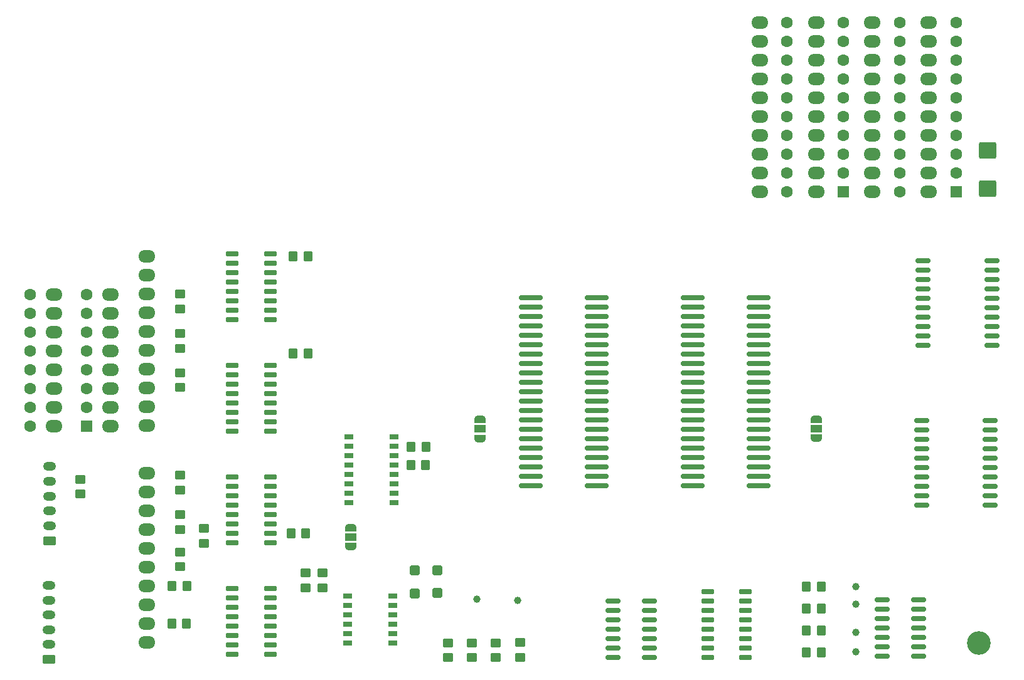
<source format=gbr>
%TF.GenerationSoftware,KiCad,Pcbnew,9.0.4*%
%TF.CreationDate,2025-12-15T16:32:27-04:00*%
%TF.ProjectId,RAMEXPB_V3,52414d45-5850-4425-9f56-332e6b696361,rev?*%
%TF.SameCoordinates,Original*%
%TF.FileFunction,Soldermask,Top*%
%TF.FilePolarity,Negative*%
%FSLAX46Y46*%
G04 Gerber Fmt 4.6, Leading zero omitted, Abs format (unit mm)*
G04 Created by KiCad (PCBNEW 9.0.4) date 2025-12-15 16:32:27*
%MOMM*%
%LPD*%
G01*
G04 APERTURE LIST*
G04 Aperture macros list*
%AMRoundRect*
0 Rectangle with rounded corners*
0 $1 Rounding radius*
0 $2 $3 $4 $5 $6 $7 $8 $9 X,Y pos of 4 corners*
0 Add a 4 corners polygon primitive as box body*
4,1,4,$2,$3,$4,$5,$6,$7,$8,$9,$2,$3,0*
0 Add four circle primitives for the rounded corners*
1,1,$1+$1,$2,$3*
1,1,$1+$1,$4,$5*
1,1,$1+$1,$6,$7*
1,1,$1+$1,$8,$9*
0 Add four rect primitives between the rounded corners*
20,1,$1+$1,$2,$3,$4,$5,0*
20,1,$1+$1,$4,$5,$6,$7,0*
20,1,$1+$1,$6,$7,$8,$9,0*
20,1,$1+$1,$8,$9,$2,$3,0*%
%AMFreePoly0*
4,1,23,0.550000,-0.750000,0.000000,-0.750000,0.000000,-0.745722,-0.065263,-0.745722,-0.191342,-0.711940,-0.304381,-0.646677,-0.396677,-0.554381,-0.461940,-0.441342,-0.495722,-0.315263,-0.495722,-0.250000,-0.500000,-0.250000,-0.500000,0.250000,-0.495722,0.250000,-0.495722,0.315263,-0.461940,0.441342,-0.396677,0.554381,-0.304381,0.646677,-0.191342,0.711940,-0.065263,0.745722,0.000000,0.745722,
0.000000,0.750000,0.550000,0.750000,0.550000,-0.750000,0.550000,-0.750000,$1*%
%AMFreePoly1*
4,1,23,0.000000,0.745722,0.065263,0.745722,0.191342,0.711940,0.304381,0.646677,0.396677,0.554381,0.461940,0.441342,0.495722,0.315263,0.495722,0.250000,0.500000,0.250000,0.500000,-0.250000,0.495722,-0.250000,0.495722,-0.315263,0.461940,-0.441342,0.396677,-0.554381,0.304381,-0.646677,0.191342,-0.711940,0.065263,-0.745722,0.000000,-0.745722,0.000000,-0.750000,-0.550000,-0.750000,
-0.550000,0.750000,0.000000,0.750000,0.000000,0.745722,0.000000,0.745722,$1*%
G04 Aperture macros list end*
%ADD10RoundRect,0.250000X-0.450000X0.350000X-0.450000X-0.350000X0.450000X-0.350000X0.450000X0.350000X0*%
%ADD11RoundRect,0.250000X0.450000X-0.350000X0.450000X0.350000X-0.450000X0.350000X-0.450000X-0.350000X0*%
%ADD12RoundRect,0.250000X0.350000X0.450000X-0.350000X0.450000X-0.350000X-0.450000X0.350000X-0.450000X0*%
%ADD13FreePoly0,270.000000*%
%ADD14R,1.500000X1.000000*%
%ADD15FreePoly1,270.000000*%
%ADD16RoundRect,0.150000X0.725000X0.150000X-0.725000X0.150000X-0.725000X-0.150000X0.725000X-0.150000X0*%
%ADD17RoundRect,0.250000X0.550000X0.550000X-0.550000X0.550000X-0.550000X-0.550000X0.550000X-0.550000X0*%
%ADD18C,1.600000*%
%ADD19C,3.200000*%
%ADD20RoundRect,0.350000X0.350000X-0.350000X0.350000X0.350000X-0.350000X0.350000X-0.350000X-0.350000X0*%
%ADD21R,1.250000X0.760000*%
%ADD22RoundRect,0.150000X-0.875000X-0.150000X0.875000X-0.150000X0.875000X0.150000X-0.875000X0.150000X0*%
%ADD23C,1.000000*%
%ADD24RoundRect,0.250000X-0.350000X-0.450000X0.350000X-0.450000X0.350000X0.450000X-0.350000X0.450000X0*%
%ADD25RoundRect,0.175000X-1.399000X-0.175000X1.399000X-0.175000X1.399000X0.175000X-1.399000X0.175000X0*%
%ADD26RoundRect,0.250000X0.925000X-0.875000X0.925000X0.875000X-0.925000X0.875000X-0.925000X-0.875000X0*%
%ADD27RoundRect,0.150000X0.825000X0.150000X-0.825000X0.150000X-0.825000X-0.150000X0.825000X-0.150000X0*%
%ADD28FreePoly0,90.000000*%
%ADD29FreePoly1,90.000000*%
%ADD30O,2.300000X1.700000*%
%ADD31RoundRect,0.250000X0.625000X-0.350000X0.625000X0.350000X-0.625000X0.350000X-0.625000X-0.350000X0*%
%ADD32O,1.750000X1.200000*%
G04 APERTURE END LIST*
D10*
%TO.C,R9*%
X89275000Y-108955000D03*
X89275000Y-110955000D03*
%TD*%
D11*
%TO.C,R2*%
X92485000Y-118165000D03*
X92485000Y-116165000D03*
%TD*%
D12*
%TO.C,R20*%
X122435000Y-107630000D03*
X120435000Y-107630000D03*
%TD*%
D13*
%TO.C,JP2*%
X175155000Y-101375000D03*
D14*
X175155000Y-102675000D03*
D15*
X175155000Y-103975000D03*
%TD*%
D16*
%TO.C,U2*%
X101500000Y-118063300D03*
X101500000Y-116793300D03*
X101500000Y-115523300D03*
X101500000Y-114253300D03*
X101500000Y-112983300D03*
X101500000Y-111713300D03*
X101500000Y-110443300D03*
X101500000Y-109173300D03*
X96350000Y-109173300D03*
X96350000Y-110443300D03*
X96350000Y-111713300D03*
X96350000Y-112983300D03*
X96350000Y-114253300D03*
X96350000Y-115523300D03*
X96350000Y-116793300D03*
X96350000Y-118063300D03*
%TD*%
D17*
%TO.C,U13*%
X194000000Y-70631400D03*
D18*
X194000000Y-68091400D03*
X194000000Y-65551400D03*
X194000000Y-63011400D03*
X194000000Y-60471400D03*
X194000000Y-57931400D03*
X194000000Y-55391400D03*
X194000000Y-52851400D03*
X194000000Y-50311400D03*
X194000000Y-47771400D03*
X186380000Y-47771400D03*
X186380000Y-50311400D03*
X186380000Y-52851400D03*
X186380000Y-55391400D03*
X186380000Y-57931400D03*
X186380000Y-60471400D03*
X186380000Y-63011400D03*
X186380000Y-65551400D03*
X186380000Y-68091400D03*
X186380000Y-70631400D03*
%TD*%
D16*
%TO.C,U3*%
X165604821Y-133612739D03*
X165604821Y-132342739D03*
X165604821Y-131072739D03*
X165604821Y-129802739D03*
X165604821Y-128532739D03*
X165604821Y-127262739D03*
X165604821Y-125992739D03*
X165604821Y-124722739D03*
X160454821Y-124722739D03*
X160454821Y-125992739D03*
X160454821Y-127262739D03*
X160454821Y-128532739D03*
X160454821Y-129802739D03*
X160454821Y-131072739D03*
X160454821Y-132342739D03*
X160454821Y-133612739D03*
%TD*%
D12*
%TO.C,R15*%
X122445000Y-105135000D03*
X120445000Y-105135000D03*
%TD*%
D11*
%TO.C,R22*%
X125460600Y-133595000D03*
X125460600Y-131595000D03*
%TD*%
D19*
%TO.C,H1*%
X197040000Y-131600000D03*
%TD*%
D20*
%TO.C,D2*%
X120955000Y-124905000D03*
X120955000Y-121805000D03*
%TD*%
D10*
%TO.C,R13*%
X89275000Y-89800000D03*
X89275000Y-91800000D03*
%TD*%
D12*
%TO.C,R24*%
X106535000Y-79365000D03*
X104535000Y-79365000D03*
%TD*%
D13*
%TO.C,JP1*%
X129775000Y-101395000D03*
D14*
X129775000Y-102695000D03*
D15*
X129775000Y-103995000D03*
%TD*%
D10*
%TO.C,R11*%
X89275000Y-119335000D03*
X89275000Y-121335000D03*
%TD*%
D12*
%TO.C,R25*%
X106535000Y-92475000D03*
X104535000Y-92475000D03*
%TD*%
D21*
%TO.C,SWB1*%
X111870000Y-125300000D03*
X111870000Y-126570000D03*
X111870000Y-127840000D03*
X111870000Y-129110000D03*
X111870000Y-130380000D03*
X111870000Y-131650000D03*
X118020000Y-131650000D03*
X118020000Y-130380000D03*
X118020000Y-129110000D03*
X118020000Y-127840000D03*
X118020000Y-126570000D03*
X118020000Y-125300000D03*
%TD*%
D16*
%TO.C,U10*%
X101500000Y-103006700D03*
X101500000Y-101736700D03*
X101500000Y-100466700D03*
X101500000Y-99196700D03*
X101500000Y-97926700D03*
X101500000Y-96656700D03*
X101500000Y-95386700D03*
X101500000Y-94116700D03*
X96350000Y-94116700D03*
X96350000Y-95386700D03*
X96350000Y-96656700D03*
X96350000Y-97926700D03*
X96350000Y-99196700D03*
X96350000Y-100466700D03*
X96350000Y-101736700D03*
X96350000Y-103006700D03*
%TD*%
D11*
%TO.C,R8*%
X106215000Y-124155000D03*
X106215000Y-122155000D03*
%TD*%
D22*
%TO.C,U7*%
X189550000Y-79965000D03*
X189550000Y-81235000D03*
X189550000Y-82505000D03*
X189550000Y-83775000D03*
X189550000Y-85045000D03*
X189550000Y-86315000D03*
X189550000Y-87585000D03*
X189550000Y-88855000D03*
X189550000Y-90125000D03*
X189550000Y-91395000D03*
X198850000Y-91395000D03*
X198850000Y-90125000D03*
X198850000Y-88855000D03*
X198850000Y-87585000D03*
X198850000Y-86315000D03*
X198850000Y-85045000D03*
X198850000Y-83775000D03*
X198850000Y-82505000D03*
X198850000Y-81235000D03*
X198850000Y-79965000D03*
%TD*%
D23*
%TO.C,TP2*%
X180515000Y-126395000D03*
%TD*%
D24*
%TO.C,R17*%
X88165000Y-128985000D03*
X90165000Y-128985000D03*
%TD*%
D17*
%TO.C,U12*%
X178810000Y-70631400D03*
D18*
X178810000Y-68091400D03*
X178810000Y-65551400D03*
X178810000Y-63011400D03*
X178810000Y-60471400D03*
X178810000Y-57931400D03*
X178810000Y-55391400D03*
X178810000Y-52851400D03*
X178810000Y-50311400D03*
X178810000Y-47771400D03*
X171190000Y-47771400D03*
X171190000Y-50311400D03*
X171190000Y-52851400D03*
X171190000Y-55391400D03*
X171190000Y-57931400D03*
X171190000Y-60471400D03*
X171190000Y-63011400D03*
X171190000Y-65551400D03*
X171190000Y-68091400D03*
X171190000Y-70631400D03*
%TD*%
D24*
%TO.C,R6*%
X173825000Y-129926700D03*
X175825000Y-129926700D03*
%TD*%
D25*
%TO.C,U5*%
X136645000Y-84940000D03*
X136645000Y-86210000D03*
X136645000Y-87480000D03*
X136645000Y-88750000D03*
X136645000Y-90020000D03*
X136645000Y-91290000D03*
X136645000Y-92560000D03*
X136645000Y-93830000D03*
X136645000Y-95100000D03*
X136645000Y-96370000D03*
X136645000Y-97640000D03*
X136645000Y-98910000D03*
X136645000Y-100180000D03*
X136645000Y-101450000D03*
X136645000Y-102720000D03*
X136645000Y-103990000D03*
X136645000Y-105260000D03*
X136645000Y-106530000D03*
X136645000Y-107800000D03*
X136645000Y-109070000D03*
X136645000Y-110340000D03*
X145535000Y-110340000D03*
X145535000Y-109070000D03*
X145535000Y-107800000D03*
X145535000Y-106530000D03*
X145535000Y-105260000D03*
X145535000Y-103990000D03*
X145535000Y-102720000D03*
X145535000Y-101450000D03*
X145535000Y-100180000D03*
X145535000Y-98910000D03*
X145535000Y-97640000D03*
X145535000Y-96370000D03*
X145535000Y-95100000D03*
X145535000Y-93830000D03*
X145535000Y-92560000D03*
X145535000Y-91290000D03*
X145535000Y-90020000D03*
X145535000Y-88750000D03*
X145535000Y-87480000D03*
X145535000Y-86210000D03*
X145535000Y-84940000D03*
%TD*%
D26*
%TO.C,C1*%
X198285000Y-70215000D03*
X198285000Y-65115000D03*
%TD*%
D24*
%TO.C,R18*%
X88205000Y-123935000D03*
X90205000Y-123935000D03*
%TD*%
%TO.C,R5*%
X173825000Y-126958300D03*
X175825000Y-126958300D03*
%TD*%
D21*
%TO.C,SWB2*%
X112050000Y-103800000D03*
X112050000Y-105070000D03*
X112050000Y-106340000D03*
X112050000Y-107610000D03*
X112050000Y-108880000D03*
X112050000Y-110150000D03*
X112050000Y-111420000D03*
X112050000Y-112690000D03*
X118200000Y-112690000D03*
X118200000Y-111420000D03*
X118200000Y-110150000D03*
X118200000Y-108880000D03*
X118200000Y-107610000D03*
X118200000Y-106340000D03*
X118200000Y-105070000D03*
X118200000Y-103800000D03*
%TD*%
D27*
%TO.C,U1*%
X152640000Y-133585000D03*
X152640000Y-132315000D03*
X152640000Y-131045000D03*
X152640000Y-129775000D03*
X152640000Y-128505000D03*
X152640000Y-127235000D03*
X152640000Y-125965000D03*
X147690000Y-125965000D03*
X147690000Y-127235000D03*
X147690000Y-128505000D03*
X147690000Y-129775000D03*
X147690000Y-131045000D03*
X147690000Y-132315000D03*
X147690000Y-133585000D03*
%TD*%
D20*
%TO.C,D1*%
X124025000Y-124885000D03*
X124025000Y-121785000D03*
%TD*%
D11*
%TO.C,R16*%
X131898300Y-133595000D03*
X131898300Y-131595000D03*
%TD*%
D23*
%TO.C,TP3*%
X180515000Y-130165000D03*
%TD*%
%TO.C,TP5*%
X129345000Y-125725000D03*
%TD*%
D16*
%TO.C,U11*%
X101500000Y-87950000D03*
X101500000Y-86680000D03*
X101500000Y-85410000D03*
X101500000Y-84140000D03*
X101500000Y-82870000D03*
X101500000Y-81600000D03*
X101500000Y-80330000D03*
X101500000Y-79060000D03*
X96350000Y-79060000D03*
X96350000Y-80330000D03*
X96350000Y-81600000D03*
X96350000Y-82870000D03*
X96350000Y-84140000D03*
X96350000Y-85410000D03*
X96350000Y-86680000D03*
X96350000Y-87950000D03*
%TD*%
D24*
%TO.C,R7*%
X173825000Y-123990000D03*
X175825000Y-123990000D03*
%TD*%
D11*
%TO.C,R26*%
X135155000Y-133585000D03*
X135155000Y-131585000D03*
%TD*%
D16*
%TO.C,U9*%
X101500000Y-133120000D03*
X101500000Y-131850000D03*
X101500000Y-130580000D03*
X101500000Y-129310000D03*
X101500000Y-128040000D03*
X101500000Y-126770000D03*
X101500000Y-125500000D03*
X101500000Y-124230000D03*
X96350000Y-124230000D03*
X96350000Y-125500000D03*
X96350000Y-126770000D03*
X96350000Y-128040000D03*
X96350000Y-129310000D03*
X96350000Y-130580000D03*
X96350000Y-131850000D03*
X96350000Y-133120000D03*
%TD*%
D22*
%TO.C,U8*%
X189330000Y-101610000D03*
X189330000Y-102880000D03*
X189330000Y-104150000D03*
X189330000Y-105420000D03*
X189330000Y-106690000D03*
X189330000Y-107960000D03*
X189330000Y-109230000D03*
X189330000Y-110500000D03*
X189330000Y-111770000D03*
X189330000Y-113040000D03*
X198630000Y-113040000D03*
X198630000Y-111770000D03*
X198630000Y-110500000D03*
X198630000Y-109230000D03*
X198630000Y-107960000D03*
X198630000Y-106690000D03*
X198630000Y-105420000D03*
X198630000Y-104150000D03*
X198630000Y-102880000D03*
X198630000Y-101610000D03*
%TD*%
D25*
%TO.C,U6*%
X158425000Y-84940000D03*
X158425000Y-86210000D03*
X158425000Y-87480000D03*
X158425000Y-88750000D03*
X158425000Y-90020000D03*
X158425000Y-91290000D03*
X158425000Y-92560000D03*
X158425000Y-93830000D03*
X158425000Y-95100000D03*
X158425000Y-96370000D03*
X158425000Y-97640000D03*
X158425000Y-98910000D03*
X158425000Y-100180000D03*
X158425000Y-101450000D03*
X158425000Y-102720000D03*
X158425000Y-103990000D03*
X158425000Y-105260000D03*
X158425000Y-106530000D03*
X158425000Y-107800000D03*
X158425000Y-109070000D03*
X158425000Y-110340000D03*
X167315000Y-110340000D03*
X167315000Y-109070000D03*
X167315000Y-107800000D03*
X167315000Y-106530000D03*
X167315000Y-105260000D03*
X167315000Y-103990000D03*
X167315000Y-102720000D03*
X167315000Y-101450000D03*
X167315000Y-100180000D03*
X167315000Y-98910000D03*
X167315000Y-97640000D03*
X167315000Y-96370000D03*
X167315000Y-95100000D03*
X167315000Y-93830000D03*
X167315000Y-92560000D03*
X167315000Y-91290000D03*
X167315000Y-90020000D03*
X167315000Y-88750000D03*
X167315000Y-87480000D03*
X167315000Y-86210000D03*
X167315000Y-84940000D03*
%TD*%
D23*
%TO.C,TP4*%
X180515000Y-123975000D03*
%TD*%
D10*
%TO.C,R10*%
X89275000Y-114285000D03*
X89275000Y-116285000D03*
%TD*%
D23*
%TO.C,TP6*%
X134845000Y-125855000D03*
%TD*%
D24*
%TO.C,R4*%
X173825000Y-132895000D03*
X175825000Y-132895000D03*
%TD*%
D10*
%TO.C,R12*%
X89275000Y-84475000D03*
X89275000Y-86475000D03*
%TD*%
D27*
%TO.C,U4*%
X188955000Y-133445000D03*
X188955000Y-132175000D03*
X188955000Y-130905000D03*
X188955000Y-129635000D03*
X188955000Y-128365000D03*
X188955000Y-127095000D03*
X188955000Y-125825000D03*
X184005000Y-125825000D03*
X184005000Y-127095000D03*
X184005000Y-128365000D03*
X184005000Y-129635000D03*
X184005000Y-130905000D03*
X184005000Y-132175000D03*
X184005000Y-133445000D03*
%TD*%
D17*
%TO.C,J1*%
X76700000Y-102330000D03*
D18*
X76700000Y-99790000D03*
X76700000Y-97250000D03*
X76700000Y-94710000D03*
X76700000Y-92170000D03*
X76700000Y-89630000D03*
X76700000Y-87090000D03*
X76700000Y-84550000D03*
X69080000Y-84550000D03*
X69080000Y-87090000D03*
X69080000Y-89630000D03*
X69080000Y-92170000D03*
X69080000Y-94710000D03*
X69080000Y-97250000D03*
X69080000Y-99790000D03*
X69080000Y-102330000D03*
%TD*%
D10*
%TO.C,R19*%
X108505000Y-122165000D03*
X108505000Y-124165000D03*
%TD*%
%TO.C,R3*%
X75835000Y-109505000D03*
X75835000Y-111505000D03*
%TD*%
D11*
%TO.C,R21*%
X128679400Y-133595000D03*
X128679400Y-131595000D03*
%TD*%
D10*
%TO.C,R14*%
X89275000Y-95125000D03*
X89275000Y-97125000D03*
%TD*%
D23*
%TO.C,TP1*%
X180515000Y-132785000D03*
%TD*%
D24*
%TO.C,R1*%
X104235000Y-116815000D03*
X106235000Y-116815000D03*
%TD*%
D28*
%TO.C,JP3*%
X112295000Y-118615000D03*
D14*
X112295000Y-117315000D03*
D29*
X112295000Y-116015000D03*
%TD*%
D30*
%TO.C,J9*%
X84810000Y-79370000D03*
X84810000Y-81910000D03*
X84810000Y-84450000D03*
X84810000Y-86990000D03*
X84810000Y-89530000D03*
X84810000Y-92070000D03*
X84810000Y-94610000D03*
X84810000Y-97150000D03*
X84810000Y-99690000D03*
X84810000Y-102230000D03*
%TD*%
%TO.C,J10*%
X84810000Y-108670000D03*
X84810000Y-111210000D03*
X84810000Y-113750000D03*
X84810000Y-116290000D03*
X84810000Y-118830000D03*
X84810000Y-121370000D03*
X84810000Y-123910000D03*
X84810000Y-126450000D03*
X84810000Y-128990000D03*
X84810000Y-131530000D03*
%TD*%
%TO.C,J5*%
X190260000Y-70631400D03*
X190260000Y-68091400D03*
X190260000Y-65551400D03*
X190260000Y-63011400D03*
X190260000Y-60471400D03*
X190260000Y-57931400D03*
X190260000Y-55391400D03*
X190260000Y-52851400D03*
X190260000Y-50311400D03*
X190260000Y-47771400D03*
X182640000Y-47771400D03*
X182640000Y-50311400D03*
X182640000Y-52851400D03*
X182640000Y-55391400D03*
X182640000Y-57931400D03*
X182640000Y-60471400D03*
X182640000Y-63011400D03*
X182640000Y-65551400D03*
X182640000Y-68091400D03*
X182640000Y-70631400D03*
%TD*%
D31*
%TO.C,J11*%
X71615000Y-133840000D03*
D32*
X71615000Y-131840000D03*
X71615000Y-129840000D03*
X71615000Y-127840000D03*
X71615000Y-125840000D03*
X71615000Y-123840000D03*
%TD*%
D30*
%TO.C,J4*%
X175110000Y-70631400D03*
X175110000Y-68091400D03*
X175110000Y-65551400D03*
X175110000Y-63011400D03*
X175110000Y-60471400D03*
X175110000Y-57931400D03*
X175110000Y-55391400D03*
X175110000Y-52851400D03*
X175110000Y-50311400D03*
X175110000Y-47771400D03*
X167490000Y-47771400D03*
X167490000Y-50311400D03*
X167490000Y-52851400D03*
X167490000Y-55391400D03*
X167490000Y-57931400D03*
X167490000Y-60471400D03*
X167490000Y-63011400D03*
X167490000Y-65551400D03*
X167490000Y-68091400D03*
X167490000Y-70631400D03*
%TD*%
D31*
%TO.C,J12*%
X71695000Y-117795000D03*
D32*
X71695000Y-115795000D03*
X71695000Y-113795000D03*
X71695000Y-111795000D03*
X71695000Y-109795000D03*
X71695000Y-107795000D03*
%TD*%
D30*
%TO.C,J8*%
X79875000Y-102335000D03*
X79875000Y-99795000D03*
X79875000Y-97255000D03*
X79875000Y-94715000D03*
X79875000Y-92175000D03*
X79875000Y-89635000D03*
X79875000Y-87095000D03*
X79875000Y-84555000D03*
X72255000Y-84555000D03*
X72255000Y-87095000D03*
X72255000Y-89635000D03*
X72255000Y-92175000D03*
X72255000Y-94715000D03*
X72255000Y-97255000D03*
X72255000Y-99795000D03*
X72255000Y-102335000D03*
%TD*%
M02*

</source>
